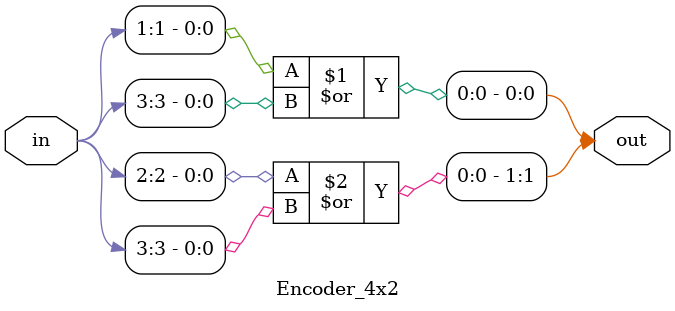
<source format=v>
`timescale 1ns / 1ps


module Encoder_4x2(out,in);
input [3:0]in;
output [1:0]out;
assign out[0] = in[1] | in[3];
assign out[1] = in[2] | in[3];
endmodule

</source>
